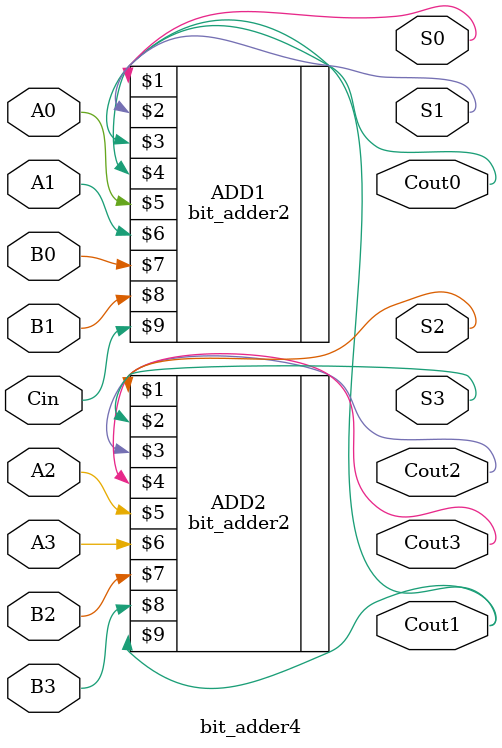
<source format=v>
`include "bit_adder2.v"

module bit_adder4(S0, S1, S2, S3, Cout0, Cout1, Cout2, Cout3, A0, A1, A2, A3, B0, B1, B2, B3, Cin); 
    input A0, A1, A2, A3, B0, B1, B2, B3, Cin;
    output S0, S1, S2, S3, Cout0, Cout1, Cout2, Cout3; 
    wire w1, w2, w3;
    
    bit_adder2 ADD1(S0, S1, Cout0, Cout1, A0, A1, B0, B1, Cin); 
    bit_adder2 ADD2(S2, S3, Cout2, Cout3, A2, A3, B2, B3, Cout1); 

endmodule 
</source>
